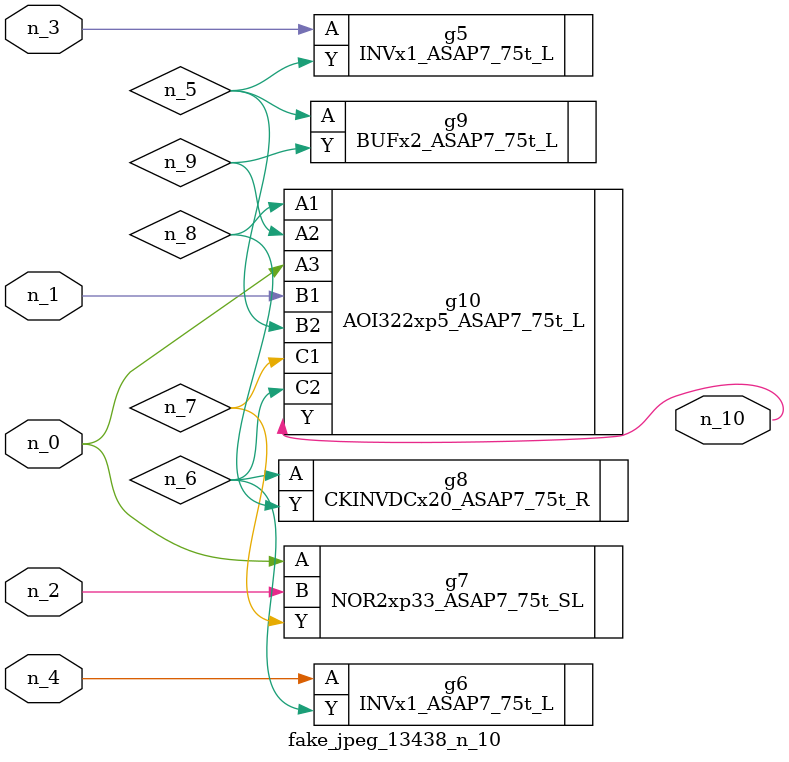
<source format=v>
module fake_jpeg_13438_n_10 (n_3, n_2, n_1, n_0, n_4, n_10);

input n_3;
input n_2;
input n_1;
input n_0;
input n_4;

output n_10;

wire n_8;
wire n_9;
wire n_6;
wire n_5;
wire n_7;

INVx1_ASAP7_75t_L g5 ( 
.A(n_3),
.Y(n_5)
);

INVx1_ASAP7_75t_L g6 ( 
.A(n_4),
.Y(n_6)
);

NOR2xp33_ASAP7_75t_SL g7 ( 
.A(n_0),
.B(n_2),
.Y(n_7)
);

CKINVDCx20_ASAP7_75t_R g8 ( 
.A(n_6),
.Y(n_8)
);

AOI322xp5_ASAP7_75t_L g10 ( 
.A1(n_8),
.A2(n_9),
.A3(n_0),
.B1(n_1),
.B2(n_5),
.C1(n_7),
.C2(n_6),
.Y(n_10)
);

BUFx2_ASAP7_75t_L g9 ( 
.A(n_5),
.Y(n_9)
);


endmodule
</source>
